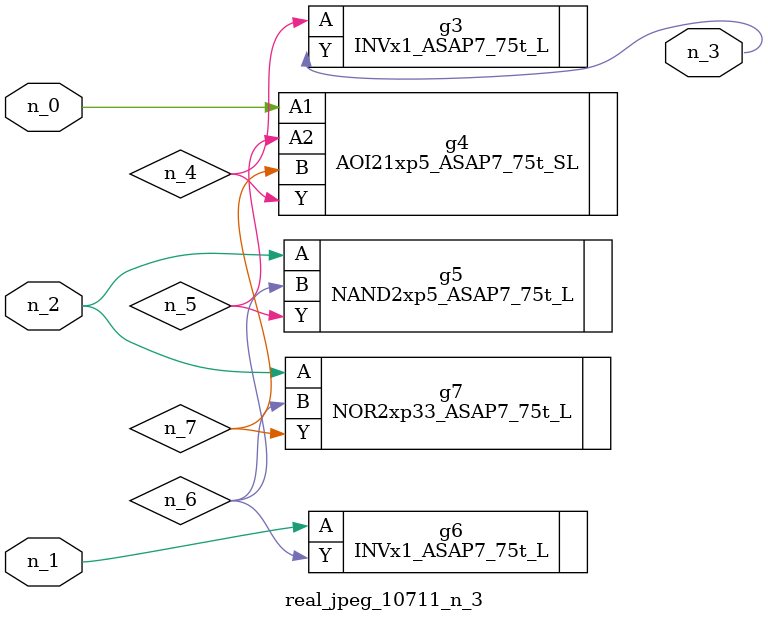
<source format=v>
module real_jpeg_10711_n_3 (n_1, n_0, n_2, n_3);

input n_1;
input n_0;
input n_2;

output n_3;

wire n_5;
wire n_4;
wire n_6;
wire n_7;

AOI21xp5_ASAP7_75t_SL g4 ( 
.A1(n_0),
.A2(n_5),
.B(n_7),
.Y(n_4)
);

INVx1_ASAP7_75t_L g6 ( 
.A(n_1),
.Y(n_6)
);

NAND2xp5_ASAP7_75t_L g5 ( 
.A(n_2),
.B(n_6),
.Y(n_5)
);

NOR2xp33_ASAP7_75t_L g7 ( 
.A(n_2),
.B(n_6),
.Y(n_7)
);

INVx1_ASAP7_75t_L g3 ( 
.A(n_4),
.Y(n_3)
);


endmodule
</source>
